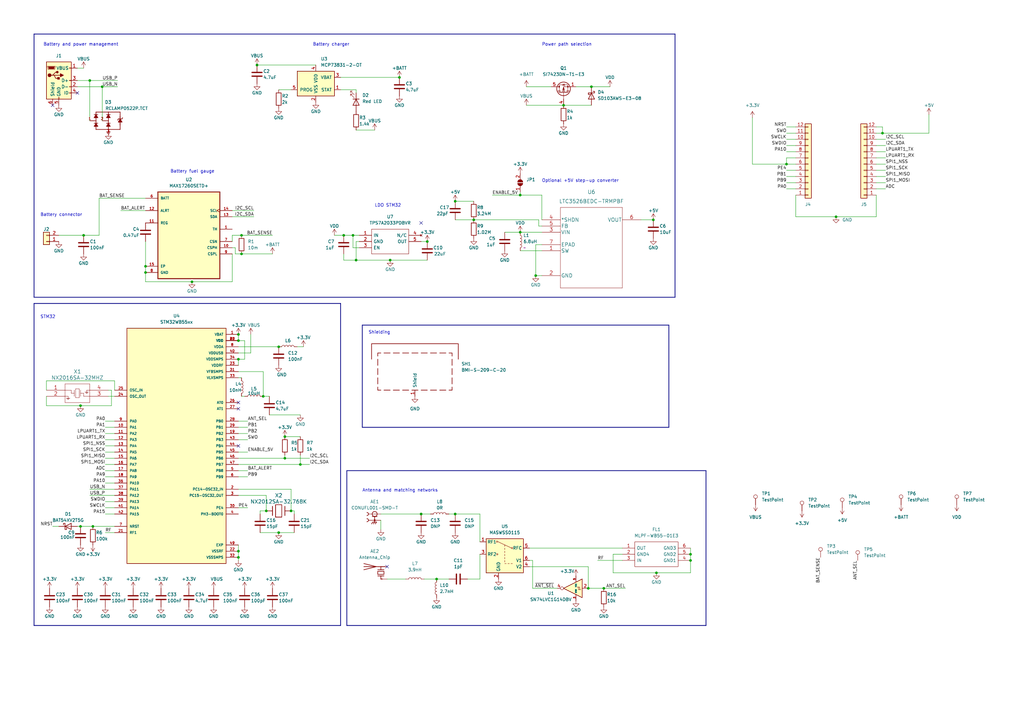
<source format=kicad_sch>
(kicad_sch (version 20211123) (generator eeschema)
  (paper "A3")
  (title_block (title "Wireless sensor"))
  (junction (at 34.29 96.52))
  (junction (at 163.83 31.75))
  (junction (at 59.69 109.22))
  (junction (at 99.06 96.52))
  (junction (at 267.97 90.17))
  (junction (at 38.1 215.9))
  (junction (at 194.31 90.17))
  (junction (at 123.19 190.5))
  (junction (at 283.21 227.33))
  (junction (at 213.36 95.25))
  (junction (at 33.02 215.9))
  (junction (at 146.05 106.68))
  (junction (at 179.07 237.49))
  (junction (at 41.91 35.56))
  (junction (at 99.06 104.14))
  (junction (at 213.36 80.01))
  (junction (at 219.71 113.03))
  (junction (at 116.84 187.96))
  (junction (at 114.3 218.44))
  (junction (at 172.72 210.82))
  (junction (at 36.83 33.02))
  (junction (at 114.3 142.24))
  (junction (at 59.69 111.76))
  (junction (at 186.69 210.82))
  (junction (at 342.9 88.9))
  (junction (at 242.57 35.56))
  (junction (at 175.26 99.06))
  (junction (at 97.79 147.32))
  (junction (at 361.95 54.61))
  (junction (at 247.65 241.3))
  (junction (at 322.58 67.31))
  (junction (at 107.95 162.56))
  (junction (at 119.38 209.55))
  (junction (at 105.41 26.67))
  (junction (at 33.02 166.37))
  (junction (at 109.22 209.55))
  (junction (at 144.78 96.52))
  (junction (at 97.79 228.6))
  (junction (at 269.24 234.95))
  (junction (at 78.74 115.57))
  (junction (at 116.84 179.07))
  (junction (at 283.21 229.87))
  (junction (at 241.3 241.3))
  (junction (at 97.79 226.06))
  (junction (at 160.02 106.68))
  (junction (at 97.79 139.7))
  (junction (at 97.79 137.16))
  (junction (at 231.14 43.18))
  (junction (at 140.97 96.52))
  (junction (at 186.69 82.55))
  (no_connect (at 97.79 182.88))
  (no_connect (at 172.72 91.44))
  (no_connect (at 21.59 43.18))
  (no_connect (at 158.75 232.41))
  (no_connect (at 31.75 38.1))
  (no_connect (at 97.79 165.1))
  (no_connect (at 97.79 167.64))
  (wire (pts (xy 322.58 62.23) (xy 326.39 62.23)))
  (wire (pts (xy 43.18 210.82) (xy 46.99 210.82)))
  (bus (pts (xy 13.97 13.97) (xy 13.97 121.92)))
  (wire (pts (xy 222.25 100.33) (xy 219.71 100.33)))
  (wire (pts (xy 97.79 208.28) (xy 101.6 208.28)))
  (wire (pts (xy 361.95 52.07) (xy 361.95 54.61)))
  (wire (pts (xy 40.64 96.52) (xy 34.29 96.52)))
  (wire (pts (xy 283.21 224.79) (xy 283.21 227.33)))
  (wire (pts (xy 97.79 154.94) (xy 99.06 154.94)))
  (bus (pts (xy 274.32 175.26) (xy 274.32 133.35)))
  (wire (pts (xy 19.05 156.21) (xy 46.99 156.21)))
  (wire (pts (xy 97.79 195.58) (xy 101.6 195.58)))
  (wire (pts (xy 46.99 160.02) (xy 46.99 156.21)))
  (wire (pts (xy 97.79 193.04) (xy 101.6 193.04)))
  (wire (pts (xy 359.41 54.61) (xy 361.95 54.61)))
  (wire (pts (xy 109.22 209.55) (xy 106.68 209.55)))
  (wire (pts (xy 359.41 80.01) (xy 359.41 88.9)))
  (wire (pts (xy 97.79 175.26) (xy 101.6 175.26)))
  (wire (pts (xy 236.22 35.56) (xy 242.57 35.56)))
  (wire (pts (xy 172.72 210.82) (xy 176.53 210.82)))
  (wire (pts (xy 43.18 182.88) (xy 46.99 182.88)))
  (wire (pts (xy 116.84 186.69) (xy 116.84 187.96)))
  (wire (pts (xy 97.79 172.72) (xy 101.6 172.72)))
  (wire (pts (xy 105.41 26.67) (xy 129.54 26.67)))
  (wire (pts (xy 156.21 210.82) (xy 172.72 210.82)))
  (wire (pts (xy 95.25 99.06) (xy 95.25 96.52)))
  (wire (pts (xy 109.22 203.2) (xy 109.22 209.55)))
  (wire (pts (xy 251.46 227.33) (xy 251.46 234.95)))
  (wire (pts (xy 219.71 113.03) (xy 222.25 113.03)))
  (wire (pts (xy 186.69 82.55) (xy 194.31 82.55)))
  (wire (pts (xy 114.3 218.44) (xy 120.65 218.44)))
  (wire (pts (xy 172.72 99.06) (xy 175.26 99.06)))
  (wire (pts (xy 201.93 80.01) (xy 213.36 80.01)))
  (wire (pts (xy 97.79 177.8) (xy 101.6 177.8)))
  (wire (pts (xy 359.41 88.9) (xy 342.9 88.9)))
  (wire (pts (xy 43.18 208.28) (xy 46.99 208.28)))
  (wire (pts (xy 123.19 186.69) (xy 123.19 190.5)))
  (wire (pts (xy 326.39 67.31) (xy 322.58 67.31)))
  (wire (pts (xy 19.05 166.37) (xy 33.02 166.37)))
  (wire (pts (xy 359.41 52.07) (xy 361.95 52.07)))
  (wire (pts (xy 247.65 241.3) (xy 256.54 241.3)))
  (wire (pts (xy 120.65 210.82) (xy 120.65 209.55)))
  (wire (pts (xy 219.71 100.33) (xy 219.71 113.03)))
  (wire (pts (xy 59.69 81.28) (xy 40.64 81.28)))
  (wire (pts (xy 95.25 88.9) (xy 104.14 88.9)))
  (wire (pts (xy 95.25 101.6) (xy 96.52 101.6)))
  (bus (pts (xy 13.97 121.92) (xy 276.86 121.92)))
  (wire (pts (xy 19.05 160.02) (xy 19.05 156.21)))
  (wire (pts (xy 45.72 160.02) (xy 45.72 166.37)))
  (bus (pts (xy 289.56 193.04) (xy 289.56 256.54)))
  (wire (pts (xy 322.58 59.69) (xy 326.39 59.69)))
  (wire (pts (xy 97.79 190.5) (xy 123.19 190.5)))
  (wire (pts (xy 97.79 142.24) (xy 114.3 142.24)))
  (wire (pts (xy 147.32 101.6) (xy 144.78 101.6)))
  (wire (pts (xy 21.59 215.9) (xy 24.13 215.9)))
  (wire (pts (xy 97.79 223.52) (xy 97.79 226.06)))
  (bus (pts (xy 142.24 193.04) (xy 289.56 193.04)))
  (bus (pts (xy 13.97 13.97) (xy 276.86 13.97)))
  (wire (pts (xy 196.85 222.25) (xy 196.85 210.82)))
  (wire (pts (xy 99.06 162.56) (xy 100.33 162.56)))
  (wire (pts (xy 43.18 180.34) (xy 46.99 180.34)))
  (wire (pts (xy 119.38 200.66) (xy 119.38 209.55)))
  (wire (pts (xy 245.11 229.87) (xy 255.27 229.87)))
  (wire (pts (xy 43.18 193.04) (xy 46.99 193.04)))
  (wire (pts (xy 218.44 229.87) (xy 218.44 241.3)))
  (wire (pts (xy 38.1 215.9) (xy 33.02 215.9)))
  (wire (pts (xy 146.05 106.68) (xy 160.02 106.68)))
  (wire (pts (xy 36.83 203.2) (xy 46.99 203.2)))
  (wire (pts (xy 97.79 147.32) (xy 97.79 149.86)))
  (wire (pts (xy 97.79 226.06) (xy 97.79 228.6)))
  (wire (pts (xy 43.18 198.12) (xy 46.99 198.12)))
  (wire (pts (xy 191.77 237.49) (xy 196.85 237.49)))
  (wire (pts (xy 106.68 218.44) (xy 114.3 218.44)))
  (wire (pts (xy 215.9 43.18) (xy 231.14 43.18)))
  (wire (pts (xy 220.98 92.71) (xy 220.98 90.17)))
  (wire (pts (xy 242.57 35.56) (xy 250.19 35.56)))
  (wire (pts (xy 19.05 162.56) (xy 19.05 166.37)))
  (wire (pts (xy 147.32 99.06) (xy 146.05 99.06)))
  (wire (pts (xy 38.1 215.9) (xy 46.99 215.9)))
  (wire (pts (xy 186.69 90.17) (xy 194.31 90.17)))
  (bus (pts (xy 13.97 124.46) (xy 139.7 124.46)))
  (wire (pts (xy 213.36 95.25) (xy 222.25 95.25)))
  (wire (pts (xy 107.95 162.56) (xy 110.49 162.56)))
  (wire (pts (xy 114.3 142.24) (xy 115.57 142.24)))
  (wire (pts (xy 107.95 152.4) (xy 107.95 162.56)))
  (wire (pts (xy 41.91 35.56) (xy 41.91 49.53)))
  (wire (pts (xy 97.79 180.34) (xy 101.6 180.34)))
  (wire (pts (xy 43.18 172.72) (xy 46.99 172.72)))
  (wire (pts (xy 196.85 227.33) (xy 196.85 237.49)))
  (wire (pts (xy 359.41 59.69) (xy 363.22 59.69)))
  (wire (pts (xy 49.53 86.36) (xy 59.69 86.36)))
  (wire (pts (xy 110.49 170.18) (xy 123.19 170.18)))
  (wire (pts (xy 326.39 80.01) (xy 326.39 88.9)))
  (wire (pts (xy 95.25 86.36) (xy 104.14 86.36)))
  (wire (pts (xy 322.58 74.93) (xy 326.39 74.93)))
  (wire (pts (xy 283.21 229.87) (xy 283.21 234.95)))
  (wire (pts (xy 33.02 215.9) (xy 31.75 215.9)))
  (wire (pts (xy 59.69 115.57) (xy 78.74 115.57)))
  (wire (pts (xy 96.52 104.14) (xy 99.06 104.14)))
  (bus (pts (xy 139.7 124.46) (xy 139.7 256.54)))
  (wire (pts (xy 97.79 185.42) (xy 101.6 185.42)))
  (wire (pts (xy 43.18 205.74) (xy 46.99 205.74)))
  (wire (pts (xy 43.18 175.26) (xy 46.99 175.26)))
  (wire (pts (xy 116.84 179.07) (xy 123.19 179.07)))
  (bus (pts (xy 276.86 13.97) (xy 276.86 121.92)))
  (wire (pts (xy 213.36 102.87) (xy 222.25 102.87)))
  (wire (pts (xy 381 54.61) (xy 381 46.99)))
  (wire (pts (xy 283.21 227.33) (xy 283.21 229.87)))
  (bus (pts (xy 142.24 193.04) (xy 142.24 256.54)))
  (wire (pts (xy 359.41 69.85) (xy 363.22 69.85)))
  (wire (pts (xy 24.13 96.52) (xy 34.29 96.52)))
  (wire (pts (xy 120.65 209.55) (xy 119.38 209.55)))
  (wire (pts (xy 222.25 80.01) (xy 213.36 80.01)))
  (wire (pts (xy 359.41 77.47) (xy 363.22 77.47)))
  (wire (pts (xy 106.68 209.55) (xy 106.68 210.82)))
  (wire (pts (xy 196.85 210.82) (xy 186.69 210.82)))
  (wire (pts (xy 43.18 218.44) (xy 46.99 218.44)))
  (wire (pts (xy 359.41 67.31) (xy 363.22 67.31)))
  (wire (pts (xy 146.05 36.83) (xy 146.05 38.1)))
  (wire (pts (xy 36.83 200.66) (xy 46.99 200.66)))
  (wire (pts (xy 361.95 54.61) (xy 381 54.61)))
  (wire (pts (xy 207.01 95.25) (xy 213.36 95.25)))
  (wire (pts (xy 322.58 77.47) (xy 326.39 77.47)))
  (wire (pts (xy 359.41 72.39) (xy 363.22 72.39)))
  (wire (pts (xy 217.17 229.87) (xy 218.44 229.87)))
  (wire (pts (xy 97.79 152.4) (xy 107.95 152.4)))
  (wire (pts (xy 116.84 187.96) (xy 127 187.96)))
  (wire (pts (xy 97.79 187.96) (xy 116.84 187.96)))
  (bus (pts (xy 148.59 175.26) (xy 274.32 175.26)))
  (wire (pts (xy 322.58 69.85) (xy 326.39 69.85)))
  (wire (pts (xy 179.07 237.49) (xy 184.15 237.49)))
  (wire (pts (xy 322.58 57.15) (xy 326.39 57.15)))
  (bus (pts (xy 289.56 256.54) (xy 142.24 256.54)))
  (wire (pts (xy 96.52 101.6) (xy 96.52 104.14)))
  (wire (pts (xy 36.83 33.02) (xy 48.26 33.02)))
  (wire (pts (xy 43.18 195.58) (xy 46.99 195.58)))
  (wire (pts (xy 31.75 33.02) (xy 36.83 33.02)))
  (wire (pts (xy 140.97 104.14) (xy 140.97 106.68)))
  (wire (pts (xy 123.19 190.5) (xy 127 190.5)))
  (wire (pts (xy 99.06 104.14) (xy 111.76 104.14)))
  (wire (pts (xy 184.15 210.82) (xy 186.69 210.82)))
  (wire (pts (xy 95.25 104.14) (xy 95.25 115.57)))
  (wire (pts (xy 95.25 115.57) (xy 78.74 115.57)))
  (wire (pts (xy 241.3 241.3) (xy 247.65 241.3)))
  (wire (pts (xy 114.3 36.83) (xy 119.38 36.83)))
  (bus (pts (xy 148.59 133.35) (xy 148.59 175.26)))
  (wire (pts (xy 222.25 92.71) (xy 220.98 92.71)))
  (wire (pts (xy 33.02 166.37) (xy 45.72 166.37)))
  (wire (pts (xy 140.97 106.68) (xy 146.05 106.68)))
  (wire (pts (xy 97.79 200.66) (xy 119.38 200.66)))
  (wire (pts (xy 43.18 185.42) (xy 46.99 185.42)))
  (wire (pts (xy 241.3 232.41) (xy 241.3 241.3)))
  (wire (pts (xy 97.79 144.78) (xy 102.87 144.78)))
  (wire (pts (xy 217.17 232.41) (xy 241.3 232.41)))
  (wire (pts (xy 41.91 35.56) (xy 48.26 35.56)))
  (wire (pts (xy 31.75 35.56) (xy 41.91 35.56)))
  (wire (pts (xy 322.58 64.77) (xy 322.58 67.31)))
  (wire (pts (xy 59.69 109.22) (xy 59.69 111.76)))
  (wire (pts (xy 322.58 52.07) (xy 326.39 52.07)))
  (wire (pts (xy 97.79 147.32) (xy 100.33 147.32)))
  (wire (pts (xy 251.46 234.95) (xy 269.24 234.95)))
  (wire (pts (xy 97.79 203.2) (xy 109.22 203.2)))
  (bus (pts (xy 274.32 133.35) (xy 148.59 133.35)))
  (wire (pts (xy 59.69 111.76) (xy 59.69 115.57)))
  (wire (pts (xy 97.79 228.6) (xy 97.79 229.87)))
  (bus (pts (xy 13.97 124.46) (xy 13.97 256.54)))
  (wire (pts (xy 255.27 227.33) (xy 251.46 227.33)))
  (wire (pts (xy 121.92 142.24) (xy 124.46 142.24)))
  (wire (pts (xy 156.21 213.36) (xy 156.21 217.17)))
  (wire (pts (xy 97.79 139.7) (xy 100.33 139.7)))
  (wire (pts (xy 100.33 139.7) (xy 100.33 147.32)))
  (wire (pts (xy 326.39 88.9) (xy 342.9 88.9)))
  (wire (pts (xy 144.78 96.52) (xy 147.32 96.52)))
  (wire (pts (xy 144.78 101.6) (xy 144.78 96.52)))
  (wire (pts (xy 44.45 162.56) (xy 46.99 162.56)))
  (wire (pts (xy 359.41 62.23) (xy 363.22 62.23)))
  (wire (pts (xy 97.79 137.16) (xy 97.79 139.7)))
  (wire (pts (xy 359.41 74.93) (xy 363.22 74.93)))
  (wire (pts (xy 102.87 144.78) (xy 102.87 137.16)))
  (wire (pts (xy 262.89 90.17) (xy 267.97 90.17)))
  (wire (pts (xy 139.7 36.83) (xy 146.05 36.83)))
  (wire (pts (xy 231.14 43.18) (xy 242.57 43.18)))
  (wire (pts (xy 158.75 237.49) (xy 166.37 237.49)))
  (wire (pts (xy 36.83 33.02) (xy 36.83 49.53)))
  (wire (pts (xy 59.69 99.06) (xy 59.69 109.22)))
  (wire (pts (xy 160.02 106.68) (xy 175.26 106.68)))
  (wire (pts (xy 215.9 35.56) (xy 226.06 35.56)))
  (wire (pts (xy 217.17 224.79) (xy 255.27 224.79)))
  (wire (pts (xy 222.25 90.17) (xy 222.25 80.01)))
  (wire (pts (xy 218.44 241.3) (xy 228.6 241.3)))
  (wire (pts (xy 283.21 234.95) (xy 269.24 234.95)))
  (bus (pts (xy 13.97 256.54) (xy 139.7 256.54)))
  (wire (pts (xy 43.18 187.96) (xy 46.99 187.96)))
  (wire (pts (xy 308.61 48.26) (xy 308.61 67.31)))
  (wire (pts (xy 137.16 96.52) (xy 140.97 96.52)))
  (wire (pts (xy 322.58 54.61) (xy 326.39 54.61)))
  (wire (pts (xy 146.05 53.34) (xy 153.67 53.34)))
  (wire (pts (xy 146.05 99.06) (xy 146.05 106.68)))
  (wire (pts (xy 95.25 96.52) (xy 99.06 96.52)))
  (wire (pts (xy 43.18 177.8) (xy 46.99 177.8)))
  (wire (pts (xy 44.45 160.02) (xy 45.72 160.02)))
  (wire (pts (xy 31.75 27.94) (xy 34.29 27.94)))
  (wire (pts (xy 139.7 31.75) (xy 163.83 31.75)))
  (wire (pts (xy 43.18 190.5) (xy 46.99 190.5)))
  (wire (pts (xy 359.41 57.15) (xy 363.22 57.15)))
  (wire (pts (xy 173.99 237.49) (xy 179.07 237.49)))
  (wire (pts (xy 213.36 78.74) (xy 213.36 80.01)))
  (wire (pts (xy 322.58 64.77) (xy 326.39 64.77)))
  (wire (pts (xy 220.98 90.17) (xy 194.31 90.17)))
  (wire (pts (xy 40.64 81.28) (xy 40.64 96.52)))
  (wire (pts (xy 322.58 72.39) (xy 326.39 72.39)))
  (wire (pts (xy 322.58 67.31) (xy 308.61 67.31)))
  (wire (pts (xy 99.06 96.52) (xy 111.76 96.52)))
  (wire (pts (xy 359.41 64.77) (xy 363.22 64.77)))
  (wire (pts (xy 140.97 96.52) (xy 144.78 96.52)))
  (text "STM32" (at 16.51 130.81 0) (effects (font (size 1.27 1.27)) (justify left bottom)))
  (text "Power path selection\n" (at 222.25 19.05 0) (effects (font (size 1.27 1.27)) (justify left bottom)))
  (text "LDO STM32" (at 153.67 85.09 0) (effects (font (size 1.27 1.27)) (justify left bottom)))
  (text "Shielding\n" (at 151.13 137.16 0) (effects (font (size 1.27 1.27)) (justify left bottom)))
  (text "Battery charger\n" (at 128.27 19.05 0) (effects (font (size 1.27 1.27)) (justify left bottom)))
  (text "Battery connector" (at 16.51 88.9 0) (effects (font (size 1.27 1.27)) (justify left bottom)))
  (text "Battery and power management" (at 17.78 19.05 0) (effects (font (size 1.27 1.27)) (justify left bottom)))
  (text "Battery fuel gauge" (at 69.85 71.12 0) (effects (font (size 1.27 1.27)) (justify left bottom)))
  (text "Optional +5V step-up converter" (at 222.25 74.93 0) (effects (font (size 1.27 1.27)) (justify left bottom)))
  (text "Antenna and matching networks" (at 148.59 201.93 0) (effects (font (size 1.27 1.27)) (justify left bottom)))
  (label "I2C_SDA" (at 104.14 88.9 180))
  (label "PA10" (at 322.58 62.23 180))
  (label "I2C_SDA" (at 127 190.5 0))
  (label "USB_N" (at 48.26 35.56 180))
  (label "RF" (at 245.11 229.87 0))
  (label "PA15" (at 43.18 210.82 180))
  (label "LPUART1_TX" (at 43.18 177.8 180))
  (label "SWCLK" (at 322.58 57.15 180))
  (label "I2C_SDA" (at 363.22 59.69 0))
  (label "BAT_ALERT" (at 49.53 86.36 0))
  (label "PB2" (at 101.6 177.8 0))
  (label "ADC" (at 43.18 193.04 180))
  (label "I2C_SCL" (at 104.14 86.36 180))
  (label "I2C_SCL" (at 127 187.96 0))
  (label "ENABLE_5V" (at 201.93 80.01 0))
  (label "I2C_SCL" (at 363.22 57.15 0))
  (label "RF" (at 43.18 218.44 0))
  (label "NRST" (at 322.58 52.07 180))
  (label "SPI1_MISO" (at 363.22 72.39 0))
  (label "SPI1_MOSI" (at 43.18 190.5 180))
  (label "SPI1_NSS" (at 43.18 182.88 180))
  (label "SPI1_MOSI" (at 363.22 74.93 0))
  (label "NRST" (at 21.59 215.9 180))
  (label "PA1" (at 43.18 175.26 180))
  (label "PB9" (at 322.58 74.93 180))
  (label "USB_P" (at 48.26 33.02 180))
  (label "BAT_SENSE" (at 111.76 96.52 180))
  (label "USB_N" (at 36.83 200.66 0))
  (label "BAT_ALERT" (at 101.6 193.04 0))
  (label "SPI1_SCK" (at 43.18 185.42 180))
  (label "SWCLK" (at 43.18 208.28 180))
  (label "~{ANT_SEL}" (at 227.33 241.3 180))
  (label "LPUART1_TX" (at 363.22 62.23 0))
  (label "SWO" (at 101.6 180.34 0))
  (label "PB1" (at 322.58 72.39 180))
  (label "LPUART1_RX" (at 363.22 64.77 0))
  (label "SWO" (at 322.58 54.61 180))
  (label "SWDIO" (at 43.18 205.74 180))
  (label "PE4" (at 101.6 208.28 180))
  (label "PB1" (at 101.6 175.26 0))
  (label "PA0" (at 43.18 172.72 180))
  (label "USB_P" (at 36.83 203.2 0))
  (label "ANT_SEL" (at 351.79 229.87 270))
  (label "ADC" (at 363.22 77.47 0))
  (label "ANT_SEL" (at 101.6 172.72 0))
  (label "ANT_SEL" (at 256.54 241.3 180))
  (label "PB9" (at 101.6 195.58 0))
  (label "SWDIO" (at 322.58 59.69 180))
  (label "SPI1_SCK" (at 363.22 69.85 0))
  (label "LPUART1_RX" (at 43.18 180.34 180))
  (label "PA9" (at 43.18 195.58 180))
  (label "SPI1_NSS" (at 363.22 67.31 0))
  (label "SPI1_MISO" (at 43.18 187.96 180))
  (label "PA0" (at 322.58 77.47 180))
  (label "PA10" (at 43.18 198.12 180))
  (label "ENABLE_5V" (at 101.6 185.42 0))
  (label "BAT_SENSE" (at 40.64 81.28 0))
  (label "BAT_SENSE" (at 336.55 228.6 270))
  (label "PE4" (at 322.58 69.85 180))
  (symbol (lib_id "power:+3.3V") (at 20.32 241.3 0) (unit 1)
    (property "Reference" "#PWR0148" (effects hide))
    (property "Value" "+3.3V" (at 20.32 237.49 0))
  )
  (symbol (lib_id "power:+3.3V") (at 124.46 142.24 0) (unit 1)
    (property "Reference" "#PWR033" (effects hide))
    (property "Value" "+3.3V" (at 124.46 138.43 0))
  )
  (symbol (lib_id "CONUFL001-SMD-T:CONUFL001-SMD-T") (at 153.67 213.36 0) (unit 1)
    (property "Reference" "AE1" (at 153.67 205.74 0))
    (property "Value" "CONUFL001-SMD-T" (at 153.67 208.28 0))
    (property "Footprint" "LINX_CONUFL001-SMD-T" (effects hide))
    (property "Datasheet" "https://www.mouser.de/datasheet/2/238/LNNC_S_A0004847293_1-2551020.pdf" (effects hide))
    (property "PARTREV" "B" (effects hide))
    (property "MANUFACTURER" "Linx Technologies" (effects hide))
    (property "STANDARD" "Manufacturer Recommendations" (effects hide))
    (property "MPN" "CONUFL001-SMD-T" (effects hide))
  )
  (symbol (lib_id "TPS7A2033PDBVR:TPS7A2033PDBVR") (at 147.32 96.52 0) (unit 1)
    (property "Reference" "U7" (at 160.02 88.9 0))
    (property "Value" "TPS7A2033PDBVR" (at 160.02 91.44 0))
    (property "Footprint" "SOT95P280X145-5N" (effects hide))
    (property "Datasheet" "https://www.ti.com/lit/ds/symlink/tps7a20.pdf?ts=1603960048570&ref_url=https%253A%252F%252Fwww.ti.com%252Fstore%252Fti%252Fen%252Fp%252Fproduct%252F%253Fp%253DPTPS7A2045PDQNR%2526keyMatch%253DPTPS7A2045PDQNR%2526tisearch%253DSearch-EN-everything" (effects hide))
    (property "Description" "300-mA, Ultra-Low-Noise, Low-IQ, High PSRR LDO" (effects hide))
    (property "Height" "1.45" (effects hide))
    (property "Manufacturer_Name" "Texas Instruments" (effects hide))
    (property "Manufacturer_Part_Number" "TPS7A2033PDBVR" (effects hide))
    (property "Mouser Part Number" "595-TPS7A2033PDBVR" (effects hide))
    (property "Mouser Price/Stock" "https://www.mouser.co.uk/ProductDetail/Texas-Instruments/TPS7A2033PDBVR?qs=hd1VzrDQEGjk%2FOBnRfKB4A%3D%3D" (effects hide))
    (property "Arrow Part Number" "TPS7A2033PDBVR" (effects hide))
    (property "Arrow Price/Stock" "https://www.arrow.com/en/products/tps7a2033pdbvr/texas-instruments?region=nac" (effects hide))
    (property "MPN" "TPS7A2033PDBVR" (effects hide))
  )
  (symbol (lib_id "Device:R") (at 38.1 219.71 0) (unit 1)
    (property "Reference" "R6" (at 39.37 218.44 0) (effects (justify left)))
    (property "Value" "100k" (at 39.37 220.98 0) (effects (justify left)))
    (property "Footprint" "Resistor_SMD:R_0402_1005Metric" (effects hide))
    (property "MPN" "RC0402FR-10100KL" (effects hide))
  )
  (symbol (lib_id "Device:L") (at 170.18 237.49 90) (unit 1)
    (property "Reference" "L7" (at 170.18 231.14 90))
    (property "Value" "3.9nH" (at 170.18 233.68 90))
    (property "Footprint" "Inductor_SMD:L_0402_1005Metric" (effects hide))
    (property "MPN" "L-07C3N9SV6T" (effects hide))
  )
  (symbol (lib_id "Jumper:SolderJumper_2_Open") (at 213.36 74.93 90) (unit 1) (in_bom no)
    (property "Reference" "JP1" (at 215.9 73.6599 90) (effects (justify right)))
    (property "Value" " " (at 215.9 76.1999 90) (effects (justify right)))
    (property "Footprint" "Jumper:SolderJumper-2_P1.3mm_Open_TrianglePad1.0x1.5mm" (effects hide))
  )
  (symbol (lib_id "Device:Antenna_Chip") (at 156.21 234.95 90) (unit 1)
    (property "Reference" "AE2" (at 153.67 226.06 90))
    (property "Value" "Antenna_Chip" (at 153.67 228.6 90))
    (property "Footprint" "RF_Antenna:Johanson_2450AT18x100" (effects hide))
    (property "Datasheet" "https://www.johansontechnology.com/datasheets/2450AT18A100/2450AT18A100.pdf" (effects hide))
    (property "MPN" "2450AT18A100E" (effects hide))
  )
  (symbol (lib_id "power:+3.3V") (at 328.93 209.55 180) (unit 1)
    (property "Reference" "#PWR0162" (effects hide))
    (property "Value" "+3.3V" (at 328.93 214.63 0))
  )
  (symbol (lib_id "Device:RFShield_TwoPieces") (at 170.18 152.4 0) (unit 1)
    (property "Reference" "SH1" (at 189.23 149.2249 0) (effects (justify left)))
    (property "Value" "BMI-S-209-C-20" (at 189.23 151.7649 0) (effects (justify left)))
    (property "Footprint" "RF_Shielding:Laird_Technologies_BMI-S-209-F_29.36x18.50mm" (effects hide))
    (property "MPN" "BMI-S-209-C-20" (effects hide))
  )
  (symbol (lib_id "power:+3.3V") (at 38.1 223.52 180) (unit 1)
    (property "Reference" "#PWR026" (effects hide))
    (property "Value" "+3.3V" (at 38.1 227.33 0))
  )
  (symbol (lib_id "power:+3.3V") (at 31.75 241.3 0) (unit 1)
    (property "Reference" "#PWR0151" (effects hide))
    (property "Value" "+3.3V" (at 31.75 237.49 0))
  )
  (symbol (lib_id "RCLAMP0522P.TCT:RCLAMP0522P.TCT") (at 44.45 49.53 0) (unit 1)
    (property "Reference" "D3" (at 45.72 41.91 0) (effects (justify right)))
    (property "Value" "RCLAMP0522P.TCT" (at 43.18 44.45 0) (effects (justify left)))
    (property "Footprint" "TVS_RCLAMP0522P.TCT" (effects hide))
    (property "MANUFACTURER" "SEMTECH" (effects hide))
    (property "MPN" "RCLAMP0522P.TCT" (effects hide))
  )
  (symbol (lib_id "Device:C") (at 207.01 99.06 0) (mirror x) (unit 1)
    (property "Reference" "C5" (at 203.2 97.7899 0) (effects (justify right)))
    (property "Value" "1uF" (at 203.2 100.3299 0) (effects (justify right)))
    (property "Footprint" "Capacitor_SMD:C_0402_1005Metric" (effects hide))
    (property "MPN" "CL05A105KP5NNNC" (effects hide))
  )
  (symbol (lib_id "Transistor_FET:Si7141DP") (at 231.14 38.1 90) (unit 1)
    (property "Reference" "Q1" (at 231.14 27.94 90))
    (property "Value" "SI7423DN-T1-E3" (at 231.14 30.48 90))
    (property "Footprint" "Package_SO:Vishay_PowerPAK_1212-8_Single" (effects hide))
    (property "Datasheet" "https://www.vishay.com/docs/72582/72582.pdf" (effects hide))
    (property "MPN" "SI7423DN-T1-E3" (effects hide))
  )
  (symbol (lib_id "Device:C") (at 43.18 245.11 0) (unit 1)
    (property "Reference" "C31" (at 45.72 243.84 0) (effects (justify left)))
    (property "Value" "100nF" (at 45.72 246.38 0) (effects (justify left)))
    (property "Footprint" "Capacitor_SMD:C_0402_1005Metric" (effects hide))
    (property "MPN" "GRM155R61H104KE19D" (effects hide))
  )
  (symbol (lib_id "Device:C") (at 114.3 146.05 0) (unit 1)
    (property "Reference" "C12" (at 118.11 144.7799 0) (effects (justify left)))
    (property "Value" "100nF" (at 118.11 147.3199 0) (effects (justify left)))
    (property "Footprint" "Capacitor_SMD:C_0402_1005Metric" (effects hide))
    (property "MPN" "GRM155R61H104KE19D" (effects hide))
  )
  (symbol (lib_id "Device:C") (at 105.41 30.48 0) (unit 1)
    (property "Reference" "C2" (at 107.95 29.21 0) (effects (justify left)))
    (property "Value" "4.7uF" (at 107.95 31.75 0) (effects (justify left)))
    (property "Footprint" "Capacitor_SMD:C_0402_1005Metric" (effects hide))
    (property "MPN" "GRM155R61A475MEAAD" (effects hide))
  )
  (symbol (lib_id "Device:C") (at 77.47 245.11 0) (unit 1)
    (property "Reference" "C34" (at 80.01 243.84 0) (effects (justify left)))
    (property "Value" "4.7uF" (at 80.01 246.38 0) (effects (justify left)))
    (property "Footprint" "Capacitor_SMD:C_0402_1005Metric" (effects hide))
    (property "MPN" "GRM155R61A475MEAAD" (effects hide))
  )
  (symbol (lib_id "power:GND") (at 100.33 248.92 0) (unit 1)
    (property "Reference" "#PWR0139" (effects hide))
    (property "Value" "GND" (at 100.33 252.73 0))
  )
  (symbol (lib_id "Device:R") (at 146.05 49.53 0) (unit 1)
    (property "Reference" "R3" (at 147.32 48.26 0) (effects (justify left)))
    (property "Value" "1.4k" (at 147.32 50.8 0) (effects (justify left)))
    (property "Footprint" "Resistor_SMD:R_0402_1005Metric" (effects hide))
    (property "MPN" "ERJ-2RHD1401X" (effects hide))
  )
  (symbol (lib_id "Connector:TestPoint") (at 369.57 207.01 0) (unit 1)
    (property "Reference" "TP6" (at 372.11 202.4379 0) (effects (justify left)))
    (property "Value" "TestPoint" (at 372.11 204.9779 0) (effects (justify left)))
    (property "Footprint" "TestPoint:TestPoint_Pad_D1.0mm" (effects hide))
  )
  (symbol (lib_id "Device:L") (at 213.36 99.06 0) (unit 1)
    (property "Reference" "L1" (at 214.63 96.5199 0) (effects (justify left)))
    (property "Value" "6.8uH" (at 214.63 99.0599 0) (effects (justify left)))
    (property "Footprint" "Inductor_SMD:L_Coilcraft_LPS4018" (effects hide))
    (property "Datasheet" "~" (at 214.63 101.5999 0) (effects (justify left)))
    (property "MPN" "LPS4018-682MRC" (effects hide))
  )
  (symbol (lib_id "power:GND") (at 204.47 237.49 0) (unit 1)
    (property "Reference" "#PWR0160" (effects hide))
    (property "Value" "GND" (at 204.47 241.3 0))
  )
  (symbol (lib_id "Device:C") (at 33.02 219.71 0) (unit 1)
    (property "Reference" "C9" (at 27.94 218.44 0) (effects (justify left)))
    (property "Value" "100nF" (at 24.686 220.3321 0) (effects (justify left)))
    (property "Footprint" "Capacitor_SMD:C_0402_1005Metric" (effects hide))
    (property "MPN" "GRM155R61H104KE19D" (effects hide))
  )
  (symbol (lib_id "Device:C") (at 140.97 100.33 0) (mirror x) (unit 1)
    (property "Reference" "C7" (at 137.16 99.0599 0) (effects (justify right)))
    (property "Value" "1uF" (at 137.16 101.5999 0) (effects (justify right)))
    (property "Footprint" "Capacitor_SMD:C_0402_1005Metric" (effects hide))
    (property "MPN" "CL05A105KP5NNNC" (effects hide))
  )
  (symbol (lib_id "power:GND") (at 219.71 113.03 0) (mirror y) (unit 1)
    (property "Reference" "#PWR0116" (effects hide))
    (property "Value" "GND" (at 219.71 116.84 0))
  )
  (symbol (lib_id "Diode:BAT54J") (at 27.94 215.9 0) (unit 1)
    (property "Reference" "D1" (at 27.94 210.82 0))
    (property "Value" "BAT54XV2T5G" (at 27.94 213.36 0))
    (property "Footprint" "Diode_SMD:D_SOD-523" (effects hide))
    (property "Datasheet" "https://assets.nexperia.com/documents/data-sheet/BAT54J.pdf" (effects hide))
    (property "MPN" "BAT54XV2T5G" (effects hide))
  )
  (symbol (lib_id "power:VDD") (at 213.36 95.25 0) (mirror y) (unit 1)
    (property "Reference" "#PWR0114" (effects hide))
    (property "Value" "VDD" (at 213.36 91.44 0))
  )
  (symbol (lib_id "power:VDD") (at 137.16 96.52 0) (unit 1)
    (property "Reference" "#PWR0102" (effects hide))
    (property "Value" "VDD" (at 137.16 92.71 0))
  )
  (symbol (lib_id "power:GND") (at 342.9 88.9 0) (mirror y) (unit 1)
    (property "Reference" "#PWR0155" (effects hide))
    (property "Value" "GND" (at 345.44 90.1699 0) (effects (justify right)))
  )
  (symbol (lib_id "Device:C") (at 54.61 245.11 0) (unit 1)
    (property "Reference" "C32" (at 57.15 243.84 0) (effects (justify left)))
    (property "Value" "100nF" (at 57.15 246.38 0) (effects (justify left)))
    (property "Footprint" "Capacitor_SMD:C_0402_1005Metric" (effects hide))
    (property "MPN" "GRM155R61H104KE19D" (effects hide))
  )
  (symbol (lib_id "power:GND") (at 123.19 170.18 0) (unit 1)
    (property "Reference" "#PWR032" (effects hide))
    (property "Value" "GND" (at 123.19 173.99 0))
  )
  (symbol (lib_id "power:+3.3V") (at 213.36 71.12 0) (unit 1)
    (property "Reference" "#PWR0125" (effects hide))
    (property "Value" "+3.3V" (at 213.36 67.31 0))
  )
  (symbol (lib_id "Device:C") (at 100.33 245.11 0) (unit 1)
    (property "Reference" "C36" (at 102.87 243.84 0) (effects (justify left)))
    (property "Value" "100pF" (at 102.87 246.38 0) (effects (justify left)))
    (property "Footprint" "Capacitor_SMD:C_0402_1005Metric" (effects hide))
    (property "MPN" "CC0402KRX7R9BB101" (effects hide))
  )
  (symbol (lib_id "LTC3526BEDC-TRMPBF:LTC3526BEDC-TRMPBF") (at 222.25 90.17 0) (unit 1)
    (property "Reference" "U6" (at 242.57 78.74 0) (effects (font (size 1.524 1.524))))
    (property "Value" "LTC3526BEDC-TRMPBF" (at 242.57 82.55 0) (effects (font (size 1.524 1.524))))
    (property "Footprint" "lib:LTC3526BEDC-TRMPBF" (effects hide))
    (property "MPN" "LTC3526BEDC-TRMPBF" (effects hide))
  )
  (symbol (lib_id "Connector:TestPoint") (at 351.79 229.87 0) (unit 1)
    (property "Reference" "TP5" (at 354.33 225.2979 0) (effects (justify left)))
    (property "Value" "TestPoint" (at 354.33 227.8379 0) (effects (justify left)))
    (property "Footprint" "TestPoint:TestPoint_Pad_D1.0mm" (effects hide))
  )
  (symbol (lib_id "power:GND") (at 105.41 34.29 0) (unit 1)
    (property "Reference" "#PWR0117" (effects hide))
    (property "Value" "GND" (at 105.41 38.1 0))
  )
  (symbol (lib_id "Connector_Generic:Conn_01x02") (at 19.05 99.06 180) (unit 1)
    (property "Reference" "J2" (at 19.05 93.98 0))
    (property "Value" " " (at 19.05 102.87 0))
    (property "Footprint" "Connector_Molex:Molex_PicoBlade_53261-0271_1x02-1MP_P1.25mm_Horizontal" (effects hide))
    (property "MPN" "53261-7002" (effects hide))
  )
  (symbol (lib_id "Device:C") (at 175.26 102.87 0) (mirror y) (unit 1)
    (property "Reference" "C10" (at 181.61 101.6 0) (effects (justify left)))
    (property "Value" "22uF" (at 182.88 104.14 0) (effects (justify left)))
    (property "Footprint" "Capacitor_SMD:C_0603_1608Metric" (effects hide))
    (property "MPN" "CL10A226KQ8NRNE" (effects hide))
  )
  (symbol (lib_id "power:GND") (at 170.18 162.56 0) (unit 1)
    (property "Reference" "#PWR0129" (effects hide))
    (property "Value" "GND" (at 170.18 167.64 0))
  )
  (symbol (lib_id "power:+BATT") (at 215.9 35.56 0) (unit 1)
    (property "Reference" "#PWR0105" (effects hide))
    (property "Value" "+BATT" (at 215.9 30.48 0))
  )
  (symbol (lib_id "power:GND") (at 24.13 99.06 0) (unit 1)
    (property "Reference" "#PWR03" (effects hide))
    (property "Value" "GND" (at 24.13 102.87 0))
  )
  (symbol (lib_id "power:+BATT") (at 111.76 104.14 0) (unit 1)
    (property "Reference" "#PWR0109" (effects hide))
    (property "Value" "+BATT" (at 111.76 100.33 0))
  )
  (symbol (lib_id "Connector_Generic:Conn_01x12") (at 354.33 67.31 180) (unit 1) (in_bom no)
    (property "Reference" "J5" (at 354.33 83.82 0))
    (property "Value" " " (at 354.33 83.82 0))
    (property "Footprint" "Castellation:Castellation_1x12_Drill" (effects hide))
  )
  (symbol (lib_id "power:+BATT") (at 369.57 207.01 180) (unit 1)
    (property "Reference" "#PWR0158" (effects hide))
    (property "Value" "+BATT" (at 369.57 212.09 0))
  )
  (symbol (lib_id "Device:L") (at 104.14 162.56 90) (unit 1)
    (property "Reference" "L5" (at 104.1262 159.4543 90))
    (property "Value" "10uH" (at 104.14 161.29 90))
    (property "Footprint" "Inductor_SMD:L_0805_2012Metric" (effects hide))
    (property "MPN" "LQM21FN100M70L" (effects hide))
  )
  (symbol (lib_id "power:+3.3V") (at 77.47 241.3 0) (unit 1)
    (property "Reference" "#PWR0143" (effects hide))
    (property "Value" "+3.3V" (at 77.47 237.49 0))
  )
  (symbol (lib_id "power:GND") (at 87.63 248.92 0) (unit 1)
    (property "Reference" "#PWR0135" (effects hide))
    (property "Value" "GND" (at 87.63 252.73 0))
  )
  (symbol (lib_id "Device:R") (at 114.3 40.64 0) (unit 1)
    (property "Reference" "R2" (at 115.57 39.37 0) (effects (justify left)))
    (property "Value" "2k" (at 115.57 41.91 0) (effects (justify left)))
    (property "Footprint" "Resistor_SMD:R_0402_1005Metric" (effects hide))
    (property "MPN" "ERJ-2RHD2001X" (effects hide))
  )
  (symbol (lib_id "power:GND") (at 269.24 234.95 0) (unit 1)
    (property "Reference" "#PWR0103" (effects hide))
    (property "Value" "GND" (at 269.24 238.76 0))
  )
  (symbol (lib_id "Device:R") (at 194.31 86.36 0) (unit 1)
    (property "Reference" "R8" (at 195.58 85.09 0) (effects (justify left)))
    (property "Value" "3.24M" (at 195.58 87.63 0) (effects (justify left)))
    (property "Footprint" "Resistor_SMD:R_0805_2012Metric" (effects hide))
    (property "MPN" "RS73F2ATTD3244D" (effects hide))
  )
  (symbol (lib_id "power:+5V") (at 345.44 208.28 180) (unit 1)
    (property "Reference" "#PWR0156" (effects hide))
    (property "Value" "+5V" (at 345.44 213.36 0))
  )
  (symbol (lib_id "power:+3.3V") (at 43.18 241.3 0) (unit 1)
    (property "Reference" "#PWR0150" (effects hide))
    (property "Value" "+3.3V" (at 43.18 237.49 0))
  )
  (symbol (lib_id "power:+3.3V") (at 308.61 48.26 0) (mirror y) (unit 1)
    (property "Reference" "#PWR07" (effects hide))
    (property "Value" "+3.3V" (at 308.61 43.18 0))
  )
  (symbol (lib_id "Device:C") (at 172.72 214.63 0) (unit 1) (in_bom no)
    (property "Reference" "C13" (at 176.53 213.3599 0) (effects (justify left)))
    (property "Value" "DNP" (at 176.53 215.8999 0) (effects (justify left)))
    (property "Footprint" "Capacitor_SMD:C_0402_1005Metric" (effects hide))
  )
  (symbol (lib_id "power:VDD") (at 392.43 207.01 180) (unit 1)
    (property "Reference" "#PWR0157" (effects hide))
    (property "Value" "VDD" (at 392.43 212.09 0))
  )
  (symbol (lib_id "power:GND") (at 163.83 39.37 0) (unit 1)
    (property "Reference" "#PWR0119" (effects hide))
    (property "Value" "GND" (at 163.83 43.18 0))
  )
  (symbol (lib_id "Device:C") (at 187.96 237.49 90) (unit 1)
    (property "Reference" "C11" (at 187.96 229.87 90))
    (property "Value" "1pF" (at 187.96 232.41 90))
    (property "Footprint" "Capacitor_SMD:C_0402_1005Metric" (effects hide))
    (property "MPN" "500R07S1R0BV4T" (effects hide))
  )
  (symbol (lib_id "Device:C") (at 34.29 100.33 0) (unit 1)
    (property "Reference" "C1" (at 36.83 99.06 0) (effects (justify left)))
    (property "Value" "100nF" (at 36.83 101.6 0) (effects (justify left)))
    (property "Footprint" "Capacitor_SMD:C_0402_1005Metric" (effects hide))
    (property "MPN" "GRM155R62A104KE14J" (effects hide))
  )
  (symbol (lib_id "power:GND") (at 172.72 218.44 0) (unit 1)
    (property "Reference" "#PWR0133" (effects hide))
    (property "Value" "GND" (at 172.72 222.25 0))
  )
  (symbol (lib_id "Device:C") (at 59.69 95.25 0) (mirror y) (unit 1)
    (property "Reference" "C4" (at 57.15 93.98 0) (effects (justify left)))
    (property "Value" "0.47uF" (at 57.15 96.52 0) (effects (justify left)))
    (property "Footprint" "Capacitor_SMD:C_0603_1608Metric" (effects hide))
    (property "MPN" "CL10B474KO8NNND" (effects hide))
  )
  (symbol (lib_id "power:+5V") (at 186.69 82.55 0) (unit 1)
    (property "Reference" "#PWR0130" (effects hide))
    (property "Value" "+5V" (at 186.69 78.74 0))
  )
  (symbol (lib_id "power:GND") (at 54.61 248.92 0) (unit 1)
    (property "Reference" "#PWR0144" (effects hide))
    (property "Value" "GND" (at 54.61 252.73 0))
  )
  (symbol (lib_id "Device:R") (at 123.19 182.88 0) (unit 1)
    (property "Reference" "R7" (at 125.73 181.6099 0) (effects (justify left)))
    (property "Value" "1k" (at 125.73 184.1499 0) (effects (justify left)))
    (property "Footprint" "Resistor_SMD:R_0402_1005Metric" (effects hide))
    (property "MPN" "RGC1/16SC1001DTH" (effects hide))
  )
  (symbol (lib_id "power:GND") (at 78.74 115.57 0) (mirror y) (unit 1)
    (property "Reference" "#PWR09" (effects hide))
    (property "Value" "GND" (at 78.74 119.38 0))
  )
  (symbol (lib_id "Device:R") (at 231.14 46.99 0) (unit 1)
    (property "Reference" "R4" (at 232.41 45.72 0) (effects (justify left)))
    (property "Value" "1k" (at 232.41 48.26 0) (effects (justify left)))
    (property "Footprint" "Resistor_SMD:R_0402_1005Metric" (effects hide))
    (property "MPN" "RGC1/16SC1001DTH" (effects hide))
  )
  (symbol (lib_id "Connector:USB_B_Micro") (at 24.13 33.02 0) (unit 1) (in_bom no)
    (property "Reference" "J1" (at 24.13 22.86 0))
    (property "Value" "10103594-0001LF" (effects hide))
    (property "Footprint" "Connector_USB:USB_Micro-B_Amphenol_10103594-0001LF_Horizontal" (effects hide))
    (property "MPN" "10103594-0001LF" (effects hide))
  )
  (symbol (lib_id "power:GND") (at 114.3 149.86 0) (unit 1)
    (property "Reference" "#PWR029" (effects hide))
    (property "Value" "GND" (at 115.57 153.67 0))
  )
  (symbol (lib_id "Device:C") (at 110.49 166.37 0) (unit 1)
    (property "Reference" "C14" (at 113.03 165.1 0) (effects (justify left)))
    (property "Value" "4.7uF" (at 113.03 167.64 0) (effects (justify left)))
    (property "Footprint" "Capacitor_SMD:C_0402_1005Metric" (effects hide))
    (property "MPN" "GRM155R61A475MEAAD" (effects hide))
  )
  (symbol (lib_id "power:GND") (at 236.22 246.38 0) (unit 1)
    (property "Reference" "#PWR0126" (effects hide))
    (property "Value" "GND" (at 236.22 250.19 0))
  )
  (symbol (lib_id "Connector:TestPoint") (at 392.43 207.01 0) (unit 1)
    (property "Reference" "TP7" (at 394.97 202.4379 0) (effects (justify left)))
    (property "Value" "TestPoint" (at 394.97 204.9779 0) (effects (justify left)))
    (property "Footprint" "TestPoint:TestPoint_Pad_D1.0mm" (effects hide))
  )
  (symbol (lib_id "Device:R") (at 247.65 245.11 0) (unit 1)
    (property "Reference" "R16" (at 248.92 243.84 0) (effects (justify left)))
    (property "Value" "10k" (at 248.92 246.38 0) (effects (justify left)))
    (property "Footprint" "Resistor_SMD:R_0402_1005Metric" (effects hide))
    (property "MPN" "CRCW040210K0FKEDC" (effects hide))
  )
  (symbol (lib_id "power:GND") (at 160.02 106.68 0) (unit 1)
    (property "Reference" "#PWR0101" (effects hide))
    (property "Value" "GND" (at 160.02 110.49 0))
  )
  (symbol (lib_id "Device:D_Schottky") (at 242.57 39.37 270) (unit 1)
    (property "Reference" "D4" (at 245.11 37.7824 90) (effects (justify left)))
    (property "Value" "SD103AWS-E3-08" (at 245.11 40.3224 90) (effects (justify left)))
    (property "Footprint" "Diode_SMD:D_SOD-323" (effects hide))
    (property "Datasheet" "https://www.vishay.com/docs/85682/sd103aws.pdf" (effects hide))
    (property "MPN" "SD103AWS-E3-08" (effects hide))
  )
  (symbol (lib_id "power:GND") (at 186.69 218.44 0) (unit 1)
    (property "Reference" "#PWR0132" (effects hide))
    (property "Value" "GND" (at 186.69 222.25 0))
  )
  (symbol (lib_id "Battery_Management:MCP73831-2-OT") (at 129.54 34.29 0) (unit 1)
    (property "Reference" "U3" (at 131.5594 24.13 0) (effects (justify left)))
    (property "Value" "MCP73831-2-OT" (at 131.5594 26.67 0) (effects (justify left)))
    (property "Footprint" "Package_TO_SOT_SMD:SOT-23-5" (effects hide))
    (property "Datasheet" "http://ww1.microchip.com/downloads/en/DeviceDoc/20001984g.pdf" (effects hide))
    (property "MPN" "MCP73831T-2ACI/OT" (effects hide))
  )
  (symbol (lib_id "power:VBUS") (at 309.88 207.01 180) (unit 1)
    (property "Reference" "#PWR0163" (effects hide))
    (property "Value" "VBUS" (at 309.88 212.09 0))
  )
  (symbol (lib_id "power:GND") (at 44.45 54.61 0) (unit 1)
    (property "Reference" "#PWR0161" (effects hide))
    (property "Value" "GND" (at 44.45 58.42 0))
  )
  (symbol (lib_id "power:GND") (at 247.65 248.92 0) (unit 1)
    (property "Reference" "#PWR0159" (effects hide))
    (property "Value" "GND" (at 247.65 252.73 0))
  )
  (symbol (lib_id "power:+5V") (at 381 46.99 0) (mirror y) (unit 1)
    (property "Reference" "#PWR0136" (effects hide))
    (property "Value" "+5V" (at 381 43.18 0))
  )
  (symbol (lib_id "Device:C") (at 186.69 86.36 0) (unit 1)
    (property "Reference" "C17" (at 180.34 85.09 0) (effects (justify left)))
    (property "Value" "22pF" (at 179.07 87.63 0) (effects (justify left)))
    (property "Footprint" "Capacitor_SMD:C_0402_1005Metric" (effects hide))
    (property "MPN" "C0402C220K4RACTU" (effects hide))
  )
  (symbol (lib_id "power:GND") (at 179.07 245.11 0) (unit 1)
    (property "Reference" "#PWR0131" (effects hide))
    (property "Value" "GND" (at 179.07 248.92 0))
  )
  (symbol (lib_id "Device:R") (at 194.31 93.98 0) (unit 1)
    (property "Reference" "R9" (at 195.58 92.71 0) (effects (justify left)))
    (property "Value" "1.02M" (at 195.58 95.25 0) (effects (justify left)))
    (property "Footprint" "Resistor_SMD:R_0402_1005Metric" (effects hide))
    (property "MPN" "CRCW04021M02FKED" (effects hide))
  )
  (symbol (lib_id "Device:C") (at 66.04 245.11 0) (unit 1)
    (property "Reference" "C33" (at 68.58 243.84 0) (effects (justify left)))
    (property "Value" "100nF" (at 68.58 246.38 0) (effects (justify left)))
    (property "Footprint" "Capacitor_SMD:C_0402_1005Metric" (effects hide))
    (property "MPN" "GRM155R61H104KE19D" (effects hide))
  )
  (symbol (lib_id "Device:C") (at 163.83 35.56 0) (unit 1)
    (property "Reference" "C3" (at 166.37 34.29 0) (effects (justify left)))
    (property "Value" "4.7uF" (at 166.37 36.83 0) (effects (justify left)))
    (property "Footprint" "Capacitor_SMD:C_0402_1005Metric" (effects hide))
    (property "MPN" "GRM155R61A475MEAAD" (effects hide))
  )
  (symbol (lib_id "Connector:TestPoint") (at 328.93 209.55 0) (unit 1)
    (property "Reference" "TP2" (at 331.47 204.9779 0) (effects (justify left)))
    (property "Value" "TestPoint" (at 331.47 207.5179 0) (effects (justify left)))
    (property "Footprint" "TestPoint:TestPoint_Pad_D1.0mm" (effects hide))
  )
  (symbol (lib_id "2022-08-28_19-44-41:NX2016SA-32MHZ-EXS00A-CS11213") (at 19.05 160.02 0) (unit 1)
    (property "Reference" "X1" (at 31.75 152.4 0) (effects (font (size 1.524 1.524))))
    (property "Value" "NX2016SA-32MHZ" (at 31.75 154.94 0) (effects (font (size 1.524 1.524))))
    (property "Footprint" "lib:NX2016SA-32MHZ-EXS00A-CS11213" (effects hide))
    (property "Datasheet" "https://www.ndk.com/images/products/catalog/c_NX2016SA_e.pdf" (effects hide))
    (property "MPN" "NX2016SA-32M-EXS00A-CS06465" (effects hide))
  )
  (symbol (lib_id "Device:R") (at 99.06 100.33 180) (unit 1)
    (property "Reference" "R1" (at 101.6 99.0599 0) (effects (justify right)))
    (property "Value" "10m" (at 101.6 101.5999 0) (effects (justify right)))
    (property "Footprint" "Resistor_SMD:R_0805_2012Metric" (effects hide))
    (property "Datasheet" "https://industrial.panasonic.com/cdbs/www-data/pdf/RDN0000/AOA0000C313.pdf" (effects hide))
    (property "MPN" "ERJ-6CWDR010V" (effects hide))
  )
  (symbol (lib_id "MLPF-WB55-01E3:MLPF-WB55-01E3") (at 255.27 224.79 0) (unit 1)
    (property "Reference" "FL1" (at 269.24 217.17 0))
    (property "Value" "MLPF-WB55-01E3" (at 269.24 219.71 0))
    (property "Footprint" "MLPFWB5501E3" (effects hide))
    (property "Datasheet" "https://www.st.com/resource/en/datasheet/mlpf-wb55-01e3.pdf" (effects hide))
    (property "Description" "RF Wireless Misc 2.4 GHz Low Pass Filter matched to STM32WB55" (effects hide))
    (property "Height" "0.7" (effects hide))
    (property "Manufacturer_Name" "STMicroelectronics" (effects hide))
    (property "Manufacturer_Part_Number" "MLPF-WB55-01E3" (effects hide))
    (property "Mouser Part Number" "511-MLPF-WB55-01E3" (effects hide))
    (property "Mouser Price/Stock" "https://www.mouser.co.uk/ProductDetail/STMicroelectronics/MLPF-WB55-01E3?qs=vLWxofP3U2xV%2FkxL9PmCDA%3D%3D" (effects hide))
    (property "Arrow Part Number" "MLPF-WB55-01E3" (effects hide))
    (property "Arrow Price/Stock" "https://www.arrow.com/en/products/mlpf-wb55-01e3/stmicroelectronics?region=nac" (effects hide))
    (property "MPN" "MLPF-WB55-01E3" (effects hide))
  )
  (symbol (lib_id "Device:C") (at 87.63 245.11 0) (unit 1)
    (property "Reference" "C35" (at 91.44 243.8399 0) (effects (justify left)))
    (property "Value" "100nF" (at 91.44 246.3799 0) (effects (justify left)))
    (property "Footprint" "Capacitor_SMD:C_0402_1005Metric" (effects hide))
    (property "MPN" "GRM155R61H104KE19D" (effects hide))
  )
  (symbol (lib_id "power:+3.3V") (at 111.76 241.3 0) (unit 1)
    (property "Reference" "#PWR0138" (effects hide))
    (property "Value" "+3.3V" (at 111.76 237.49 0))
  )
  (symbol (lib_id "power:+3.3V") (at 54.61 241.3 0) (unit 1)
    (property "Reference" "#PWR0142" (effects hide))
    (property "Value" "+3.3V" (at 54.61 237.49 0))
  )
  (symbol (lib_id "power:+3.3V") (at 100.33 241.3 0) (unit 1)
    (property "Reference" "#PWR0137" (effects hide))
    (property "Value" "+3.3V" (at 100.33 237.49 0))
  )
  (symbol (lib_id "power:GND") (at 114.3 218.44 0) (unit 1)
    (property "Reference" "#PWR0141" (effects hide))
    (property "Value" "GND" (at 114.3 222.25 0))
  )
  (symbol (lib_id "power:VDD") (at 250.19 35.56 0) (unit 1)
    (property "Reference" "#PWR0107" (effects hide))
    (property "Value" "VDD" (at 250.19 31.75 0))
  )
  (symbol (lib_id "power:GND") (at 231.14 50.8 0) (unit 1)
    (property "Reference" "#PWR0118" (effects hide))
    (property "Value" "GND" (at 231.14 54.61 0))
  )
  (symbol (lib_id "power:GND") (at 129.54 41.91 0) (unit 1)
    (property "Reference" "#PWR0110" (effects hide))
    (property "Value" "GND" (at 129.54 45.72 0))
  )
  (symbol (lib_id "power:VBUS") (at 153.67 53.34 0) (mirror y) (unit 1)
    (property "Reference" "#PWR0120" (effects hide))
    (property "Value" "VBUS" (at 153.67 49.53 0))
  )
  (symbol (lib_id "STM32WB55CEU6TR:STM32WB55CEU6TR") (at 72.39 182.88 0) (unit 1)
    (property "Reference" "U4" (at 72.39 129.54 0))
    (property "Value" "STM32WB55xx" (at 72.39 132.08 0))
    (property "Footprint" "QFN50P700X700X60-49N" (effects hide))
    (property "Datasheet" "https://www.st.com/resource/en/datasheet/stm32wb55ce.pdf" (effects hide))
    (property "STANDARD" "IPC 7351B" (effects hide))
    (property "PARTREV" "5" (effects hide))
    (property "MANUFACTURER" "STMicroelectronics" (effects hide))
    (property "MAXIMUM_PACKAGE_HEIGHT" "0.6 mm" (effects hide))
    (property "MPN" "STM32WB55CCU7" (effects hide))
  )
  (symbol (lib_id "power:+BATT") (at 163.83 31.75 0) (unit 1)
    (property "Reference" "#PWR0104" (effects hide))
    (property "Value" "+BATT" (at 163.83 27.94 0))
  )
  (symbol (lib_id "power:GND") (at 43.18 248.92 0) (unit 1)
    (property "Reference" "#PWR0152" (effects hide))
    (property "Value" "GND" (at 43.18 252.73 0))
  )
  (symbol (lib_id "2022-08-29_14-16-28:NX2012SA-32.768K-STD-MUB-1") (at 119.38 209.55 180) (unit 1)
    (property "Reference" "X2" (at 114.3 203.2 0) (effects (font (size 1.524 1.524))))
    (property "Value" "NX2012SA-32.768K" (at 114.3 205.74 0) (effects (font (size 1.524 1.524))))
    (property "Footprint" "lib:NX2012SA-32.768K-STD-MUB-1" (effects hide))
    (property "Datasheet" "https://www.ndk.com/images/products/catalog/c_NX2012SA_e.pdf" (effects hide))
    (property "MPN" "NX2012SA-32.768K-STD-MUB-1" (effects hide))
  )
  (symbol (lib_id "Device:C") (at 186.69 214.63 0) (unit 1) (in_bom no)
    (property "Reference" "C15" (at 190.5 213.3599 0) (effects (justify left)))
    (property "Value" "DNP" (at 190.5 215.8999 0) (effects (justify left)))
    (property "Footprint" "Capacitor_SMD:C_0402_1005Metric" (effects hide))
  )
  (symbol (lib_id "power:+3.3V") (at 66.04 241.3 0) (unit 1)
    (property "Reference" "#PWR0147" (effects hide))
    (property "Value" "+3.3V" (at 66.04 237.49 0))
  )
  (symbol (lib_id "74xGxx:SN74LVC1G14DBV") (at 236.22 241.3 0) (mirror y) (unit 1) (in_bom no)
    (property "Reference" "U1" (at 225.9375 243.3409 0))
    (property "Value" "SN74LVC1G14DBV" (at 225.9375 245.8809 0))
    (property "Footprint" "Package_TO_SOT_SMD:SOT-23-5" (effects hide))
    (property "Datasheet" "http://www.ti.com/lit/ds/symlink/sn74lvc1g14.pdf" (effects hide))
    (property "MPN" "SN74LVC1G14DBV" (effects hide))
  )
  (symbol (lib_id "Connector:TestPoint") (at 336.55 228.6 0) (unit 1)
    (property "Reference" "TP3" (at 339.09 224.0279 0) (effects (justify left)))
    (property "Value" "TestPoint" (at 339.09 226.5679 0) (effects (justify left)))
    (property "Footprint" "TestPoint:TestPoint_Pad_D1.0mm" (effects hide))
  )
  (symbol (lib_id "power:GND") (at 111.76 248.92 0) (unit 1)
    (property "Reference" "#PWR0140" (effects hide))
    (property "Value" "GND" (at 111.76 252.73 0))
  )
  (symbol (lib_id "Connector_Generic:Conn_01x12") (at 331.47 67.31 0) (mirror x) (unit 1) (in_bom no)
    (property "Reference" "J4" (at 330.2 83.82 0) (effects (justify left)))
    (property "Value" " " (at 334.01 64.7701 0) (effects (justify left)))
    (property "Footprint" "Castellation:Castellation_1x12_Drill" (effects hide))
  )
  (symbol (lib_id "Device:L") (at 118.11 142.24 90) (unit 1)
    (property "Reference" "L6" (at 118.11 139.7 90))
    (property "Value" " " (at 118.11 138.43 90))
    (property "Footprint" "Inductor_SMD:L_0603_1608Metric" (effects hide))
    (property "Datasheet" "https://product.tdk.com/system/files/dam/doc/product/emc/emc/beads/catalog/beads_commercial_signal_mmz1608_en.pdf" (effects hide))
    (property "MPN" "MMZ1608S601ATA00" (effects hide))
  )
  (symbol (lib_id "power:GND") (at 31.75 248.92 0) (unit 1)
    (property "Reference" "#PWR0153" (effects hide))
    (property "Value" "GND" (at 31.75 252.73 0))
  )
  (symbol (lib_id "power:GND") (at 114.3 44.45 0) (unit 1)
    (property "Reference" "#PWR0112" (effects hide))
    (property "Value" "GND" (at 114.3 48.26 0))
  )
  (symbol (lib_id "power:GND") (at 77.47 248.92 0) (unit 1)
    (property "Reference" "#PWR0146" (effects hide))
    (property "Value" "GND" (at 77.47 252.73 0))
  )
  (symbol (lib_id "power:+3.3V") (at 175.26 99.06 0) (unit 1)
    (property "Reference" "#PWR0122" (effects hide))
    (property "Value" "+3.3V" (at 175.26 95.25 0))
  )
  (symbol (lib_id "Connector:TestPoint") (at 345.44 208.28 0) (unit 1)
    (property "Reference" "TP4" (at 347.98 203.7079 0) (effects (justify left)))
    (property "Value" "TestPoint" (at 347.98 206.2479 0) (effects (justify left)))
    (property "Footprint" "TestPoint:TestPoint_Pad_D1.0mm" (effects hide))
  )
  (symbol (lib_id "power:+5V") (at 267.97 90.17 0) (unit 1)
    (property "Reference" "#PWR0124" (effects hide))
    (property "Value" "+5V" (at 267.97 86.36 0))
  )
  (symbol (lib_id "Device:L") (at 180.34 210.82 90) (unit 1)
    (property "Reference" "L8" (at 180.34 205.74 90))
    (property "Value" "0R" (at 180.34 208.28 90))
    (property "Footprint" "Inductor_SMD:L_0402_1005Metric" (effects hide))
    (property "MPN" "RC0402JR-100RL" (effects hide))
  )
  (symbol (lib_id "power:GND") (at 267.97 97.79 0) (mirror y) (unit 1)
    (property "Reference" "#PWR0115" (effects hide))
    (property "Value" "GND" (at 267.97 101.6 0))
  )
  (symbol (lib_id "Device:L") (at 179.07 241.3 180) (unit 1)
    (property "Reference" "L10" (at 180.34 240.0299 0) (effects (justify right)))
    (property "Value" "2.7nH" (at 180.34 242.5699 0) (effects (justify right)))
    (property "Footprint" "Inductor_SMD:L_0402_1005Metric" (effects hide))
    (property "MPN" " L-07C2N7SV6T" (effects hide))
  )
  (symbol (lib_id "Device:L") (at 99.06 158.75 0) (unit 1)
    (property "Reference" "L4" (at 96.52 157.48 0) (effects (justify left)))
    (property "Value" "10nH" (at 93.98 160.02 0) (effects (justify left)))
    (property "Footprint" "Inductor_SMD:L_0402_1005Metric" (effects hide))
    (property "MPN" "LQG15WZ10NJ02D" (effects hide))
  )
  (symbol (lib_id "Device:C") (at 120.65 214.63 0) (unit 1)
    (property "Reference" "C21" (at 123.19 213.36 0) (effects (justify left)))
    (property "Value" "15pF" (at 123.19 215.9 0) (effects (justify left)))
    (property "Footprint" "Capacitor_SMD:C_0402_1005Metric" (effects hide))
    (property "MPN" "GRM1555C1H4R3CA01D" (effects hide))
  )
  (symbol (lib_id "Device:LED") (at 146.05 41.91 270) (unit 1)
    (property "Reference" "D2" (at 148.59 39.0524 90) (effects (justify left)))
    (property "Value" "Red LED" (at 148.59 41.5924 90) (effects (justify left)))
    (property "Footprint" "LED_SMD:LED_0603_1608Metric" (effects hide))
    (property "Datasheet" "https://dammedia.osram.info/media/resource/hires/osram-dam-5662679/LS%20L29K_EN.pdf" (effects hide))
    (property "MPN" "LS L29K-G1J2-1" (effects hide))
  )
  (symbol (lib_id "power:GND") (at 207.01 102.87 0) (mirror y) (unit 1)
    (property "Reference" "#PWR0121" (effects hide))
    (property "Value" "GND" (at 207.01 106.68 0))
  )
  (symbol (lib_id "power:GND") (at 194.31 97.79 0) (mirror y) (unit 1)
    (property "Reference" "#PWR0123" (effects hide))
    (property "Value" "GND" (at 194.31 101.6 0))
  )
  (symbol (lib_id "RF_Switch:MASWSS0115") (at 207.01 227.33 0) (mirror y) (unit 1)
    (property "Reference" "U5" (at 207.01 215.9 0))
    (property "Value" "MASWSS0115" (at 207.01 218.44 0))
    (property "Footprint" "Package_TO_SOT_SMD:SOT-363_SC-70-6" (effects hide))
    (property "Datasheet" "http://cdn.macom.com/datasheets/maswss0115.pdf" (effects hide))
    (property "MPN" "MASWSS0115TR-3000" (effects hide))
  )
  (symbol (lib_id "power:+3.3V") (at 97.79 137.16 0) (unit 1)
    (property "Reference" "#PWR036" (effects hide))
    (property "Value" "+3.3V" (at 97.79 133.35 0))
  )
  (symbol (lib_id "power:VBUS") (at 102.87 137.16 0) (unit 1)
    (property "Reference" "#PWR0111" (effects hide))
    (property "Value" "VBUS" (at 104.14 133.35 0))
  )
  (symbol (lib_id "power:GND") (at 33.02 223.52 0) (unit 1)
    (property "Reference" "#PWR0149" (effects hide))
    (property "Value" "GND" (at 33.02 227.33 0))
  )
  (symbol (lib_id "power:VBUS") (at 105.41 26.67 0) (mirror y) (unit 1)
    (property "Reference" "#PWR0113" (effects hide))
    (property "Value" "VBUS" (at 105.41 22.86 0))
  )
  (symbol (lib_id "power:+3.3V") (at 236.22 236.22 0) (unit 1)
    (property "Reference" "#PWR0134" (effects hide))
    (property "Value" "+3.3V" (at 232.6476 234.2672 0))
  )
  (symbol (lib_id "Device:R") (at 116.84 182.88 0) (unit 1)
    (property "Reference" "R5" (at 119.38 181.6099 0) (effects (justify left)))
    (property "Value" "1k" (at 119.38 184.1499 0) (effects (justify left)))
    (property "Footprint" "Resistor_SMD:R_0402_1005Metric" (effects hide))
    (property "MPN" "RGC1/16SC1001DTH" (effects hide))
  )
  (symbol (lib_id "Device:C") (at 106.68 214.63 0) (unit 1)
    (property "Reference" "C16" (at 109.22 213.36 0) (effects (justify left)))
    (property "Value" "15pF" (at 109.22 215.9 0) (effects (justify left)))
    (property "Footprint" "Capacitor_SMD:C_0402_1005Metric" (effects hide))
    (property "MPN" "GRM1555C1H4R3CA01D" (effects hide))
  )
  (symbol (lib_id "power:VBUS") (at 87.63 241.3 0) (unit 1)
    (property "Reference" "#PWR0127" (effects hide))
    (property "Value" "VBUS" (at 88.9 237.49 0))
  )
  (symbol (lib_id "Device:C") (at 111.76 245.11 0) (unit 1)
    (property "Reference" "C37" (at 114.3 243.84 0) (effects (justify left)))
    (property "Value" "100nF" (at 114.3 246.38 0) (effects (justify left)))
    (property "Footprint" "Capacitor_SMD:C_0402_1005Metric" (effects hide))
    (property "MPN" "GRM155R61H104KE19D" (effects hide))
  )
  (symbol (lib_id "Connector:TestPoint") (at 309.88 207.01 0) (unit 1)
    (property "Reference" "TP1" (at 312.42 202.4379 0) (effects (justify left)))
    (property "Value" "TestPoint" (at 312.42 204.9779 0) (effects (justify left)))
    (property "Footprint" "TestPoint:TestPoint_Pad_D1.0mm" (effects hide))
  )
  (symbol (lib_id "Device:C") (at 267.97 93.98 0) (unit 1)
    (property "Reference" "C6" (at 270.51 92.71 0) (effects (justify left)))
    (property "Value" "10uF" (at 270.51 95.25 0) (effects (justify left)))
    (property "Footprint" "Capacitor_SMD:C_0603_1608Metric" (effects hide))
    (property "MPN" "0603ZD106KAT2A" (effects hide))
  )
  (symbol (lib_id "power:GND") (at 66.04 248.92 0) (unit 1)
    (property "Reference" "#PWR0145" (effects hide))
    (property "Value" "GND" (at 66.04 252.73 0))
  )
  (symbol (lib_id "power:+3.3V") (at 116.84 179.07 0) (unit 1)
    (property "Reference" "#PWR0164" (effects hide))
    (property "Value" "+3.3V" (at 116.84 175.26 0))
  )
  (symbol (lib_id "power:GND") (at 20.32 248.92 0) (unit 1)
    (property "Reference" "#PWR0154" (effects hide))
    (property "Value" "GND" (at 20.32 252.73 0))
  )
  (symbol (lib_id "MAX17260SETD_:MAX17260SETD+") (at 77.47 96.52 0) (mirror y) (unit 1)
    (property "Reference" "U2" (at 77.47 73.66 0))
    (property "Value" "MAX17260SETD+" (at 77.47 76.2 0))
    (property "Footprint" "SON40P300X300X80-15N" (effects hide))
    (property "MF" "Maxim Integrated" (effects hide))
    (property "PRICE" "None" (effects hide))
    (property "DESCRIPTION" "Fuel Gauge Li+/LiFePO4 1-Cell 2-Wire Interface 5.1uA 0.4V 14-Pin TDFN-EP Tube" (effects hide))
    (property "AVAILABILITY" "Unavailable" (effects hide))
    (property "MPN" "MAX17260SETD+" (effects hide))
    (property "PACKAGE" "TDFN-14 Maxim" (effects hide))
  )
  (symbol (lib_id "power:GND") (at 34.29 104.14 0) (unit 1)
    (property "Reference" "#PWR0108" (effects hide))
    (property "Value" "GND" (at 34.29 107.95 0))
  )
  (symbol (lib_id "power:GND") (at 156.21 217.17 0) (unit 1)
    (property "Reference" "#PWR019" (effects hide))
    (property "Value" "GND" (at 156.21 220.98 0))
  )
  (symbol (lib_id "power:VBUS") (at 34.29 27.94 0) (mirror y) (unit 1)
    (property "Reference" "#PWR0128" (effects hide))
    (property "Value" "VBUS" (at 34.29 24.13 0))
  )
  (symbol (lib_id "power:GND") (at 33.02 166.37 0) (unit 1)
    (property "Reference" "#PWR025" (effects hide))
    (property "Value" "GND" (at 33.02 170.18 0))
  )
  (symbol (lib_id "power:GND") (at 24.13 43.18 0) (unit 1)
    (property "Reference" "#PWR06" (effects hide))
    (property "Value" "GND" (at 24.13 46.99 0))
  )
  (symbol (lib_id "Device:C") (at 31.75 245.11 0) (unit 1)
    (property "Reference" "C30" (at 34.29 243.84 0) (effects (justify left)))
    (property "Value" "100nF" (at 34.29 246.38 0) (effects (justify left)))
    (property "Footprint" "Capacitor_SMD:C_0402_1005Metric" (effects hide))
    (property "MPN" "GRM155R61H104KE19D" (effects hide))
  )
  (symbol (lib_id "power:VBUS") (at 215.9 43.18 0) (mirror y) (unit 1)
    (property "Reference" "#PWR0106" (effects hide))
    (property "Value" "VBUS" (at 215.9 39.37 0))
  )
  (symbol (lib_id "Device:C") (at 20.32 245.11 0) (unit 1)
    (property "Reference" "C23" (at 22.86 243.84 0) (effects (justify left)))
    (property "Value" "100nF" (at 22.86 246.38 0) (effects (justify left)))
    (property "Footprint" "Capacitor_SMD:C_0402_1005Metric" (effects hide))
    (property "MPN" "GRM155R61H104KE19D" (effects hide))
  )
  (symbol (lib_id "power:GND") (at 97.79 229.87 0) (unit 1)
    (property "Reference" "#PWR028" (effects hide))
    (property "Value" "GND" (at 97.79 233.68 0))
  )
)
</source>
